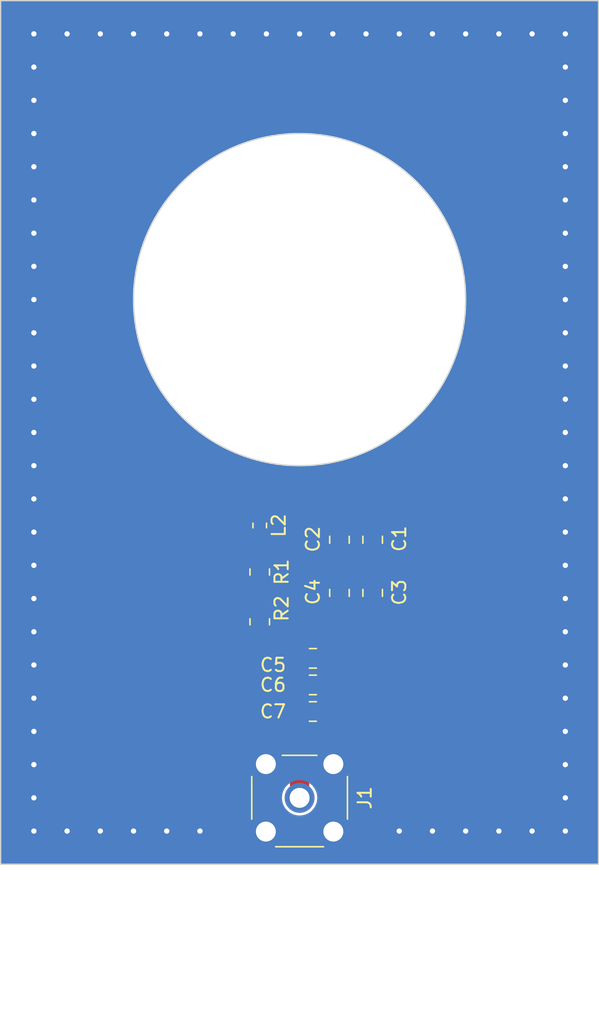
<source format=kicad_pcb>
(kicad_pcb (version 20221018) (generator pcbnew)
  (layers (0 "F.Cu" signal) (31 "B.Cu" signal) (34 "B.Paste" user) (35 "F.Paste" user) (36 "B.SilkS" user "B.Silkscreen") (37 "F.SilkS" user "F.Silkscreen") (38 "B.Mask" user) (39 "F.Mask" user) (44 "Edge.Cuts" user))
  (net 0 "")
  (net 1 "Net-(L1-Pad1)")
  (net 2 "Net-(J1-Ext)")
  (net 3 "Net-(J1-In)")
  (net 4 "Net-(C2-Pad2)")
  (net 5 "Net-(C1-Pad1)")
  (net 6 "Net-(C1-Pad2)")
  (net 7 "Net-(L2-Pad2)")
  (net 8 "Net-(R1-Pad2)")
  (footprint "Capacitor_SMD:C_0805_2012Metric_Pad1.18x1.45mm_HandSolder" (layer "F.Cu") (at 141 123.5)
    (fp_text reference "C7" (at -3 0) (layer "F.SilkS"))
    (fp_text value "100pF")
    (fp_line (start -0.261252 -0.735) (end 0.261252 -0.735) (stroke (width 0.12)) (layer "F.SilkS"))
    (fp_line (start -0.261252 0.735) (end 0.261252 0.735) (stroke (width 0.12)) (layer "F.SilkS"))
    (pad "1" smd roundrect (at -1.0375 0) (size 1.175 1.45) (layers "F.Cu" "F.Paste" "F.Mask") (roundrect_rratio 0.212766) (net 3 "Net-(J1-In)"))
    (pad "2" smd roundrect (at 1.0375 0) (size 1.175 1.45) (layers "F.Cu" "F.Paste" "F.Mask") (roundrect_rratio 0.212766) (net 2 "Net-(J1-Ext)"))
  )
  (footprint "LOOPS:LOOP-28" (layer "F.Cu") (at 140 92.5)
    (fp_text reference "L1" hide)
    (fp_text value "L")
    (fp_arc (start -3 13.7) (mid 0 -14.024621) (end 3 13.7) (stroke (width 1.45321)) (layer "F.Cu"))
    (pad "1" smd roundrect (at -3 14 90) (size 2.286 1.524) (layers "F.Cu" "F.Paste" "F.Mask") (net 1 "Net-(L1-Pad1)"))
    (pad "2" smd roundrect (at 3 14 90) (size 2.286 1.524) (layers "F.Cu" "F.Paste" "F.Mask") (net 5 "Net-(C1-Pad1)"))
  )
  (footprint "Capacitor_SMD:C_0805_2012Metric_Pad1.18x1.45mm_HandSolder" (layer "F.Cu") (at 143 114.575 -90)
    (fp_text reference "C4" (at -0.075 2 -90) (layer "F.SilkS"))
    (fp_text value "5.6pF")
    (fp_line (start -0.261252 -0.735) (end 0.261252 -0.735) (stroke (width 0.12)) (layer "F.SilkS"))
    (fp_line (start -0.261252 0.735) (end 0.261252 0.735) (stroke (width 0.12)) (layer "F.SilkS"))
    (pad "1" smd roundrect (at -1.0375 0 270) (size 1.175 1.45) (layers "F.Cu" "F.Paste" "F.Mask") (roundrect_rratio 0.212766) (net 4 "Net-(C2-Pad2)"))
    (pad "2" smd roundrect (at 1.0375 0 270) (size 1.175 1.45) (layers "F.Cu" "F.Paste" "F.Mask") (roundrect_rratio 0.212766) (net 2 "Net-(J1-Ext)"))
  )
  (footprint "Resistor_SMD:R_0805_2012Metric_Pad1.20x1.40mm_HandSolder" (layer "F.Cu") (at 137 116.75 -90)
    (fp_text reference "R2" (at -1 -1.65 90) (layer "F.SilkS"))
    (fp_text value "100mOhm")
    (fp_line (start -0.227064 -0.735) (end 0.227064 -0.735) (stroke (width 0.12)) (layer "F.SilkS"))
    (fp_line (start -0.227064 0.735) (end 0.227064 0.735) (stroke (width 0.12)) (layer "F.SilkS"))
    (pad "1" smd roundrect (at -1 0 270) (size 1.2 1.4) (layers "F.Cu" "F.Paste" "F.Mask") (roundrect_rratio 0.208333) (net 8 "Net-(R1-Pad2)"))
    (pad "2" smd roundrect (at 1 0 270) (size 1.2 1.4) (layers "F.Cu" "F.Paste" "F.Mask") (roundrect_rratio 0.208333) (net 3 "Net-(J1-In)"))
  )
  (footprint "Capacitor_SMD:C_0805_2012Metric_Pad1.18x1.45mm_HandSolder" (layer "F.Cu") (at 141 119.5)
    (fp_text reference "C5" (at -3 0.5) (layer "F.SilkS"))
    (fp_text value "4.7pF")
    (fp_line (start -0.261252 -0.735) (end 0.261252 -0.735) (stroke (width 0.12)) (layer "F.SilkS"))
    (fp_line (start -0.261252 0.735) (end 0.261252 0.735) (stroke (width 0.12)) (layer "F.SilkS"))
    (pad "1" smd roundrect (at -1.0375 0) (size 1.175 1.45) (layers "F.Cu" "F.Paste" "F.Mask") (roundrect_rratio 0.212766) (net 3 "Net-(J1-In)"))
    (pad "2" smd roundrect (at 1.0375 0) (size 1.175 1.45) (layers "F.Cu" "F.Paste" "F.Mask") (roundrect_rratio 0.212766) (net 2 "Net-(J1-Ext)"))
  )
  (footprint "Inductor_SMD:L_0603_1608Metric_Pad1.05x0.95mm_HandSolder" (layer "F.Cu") (at 137 109.5 -90)
    (fp_text reference "L2" (at 0 -1.43 -90) (layer "F.SilkS"))
    (fp_text value "5.6nH")
    (fp_line (start -0.171267 -0.51) (end 0.171267 -0.51) (stroke (width 0.12)) (layer "F.SilkS"))
    (fp_line (start -0.171267 0.51) (end 0.171267 0.51) (stroke (width 0.12)) (layer "F.SilkS"))
    (pad "1" smd roundrect (at -0.875 0 270) (size 1.05 0.95) (layers "F.Cu" "F.Paste" "F.Mask") (net 1 "Net-(L1-Pad1)"))
    (pad "2" smd roundrect (at 0.875 0 270) (size 1.05 0.95) (layers "F.Cu" "F.Paste" "F.Mask") (net 7 "Net-(L2-Pad2)"))
  )
  (footprint "Capacitor_SMD:C_0805_2012Metric_Pad1.18x1.45mm_HandSolder" (layer "F.Cu") (at 145.5 114.575 -90)
    (fp_text reference "C3" (at -0.0375 -2 -90) (layer "F.SilkS"))
    (fp_text value "6pF")
    (fp_line (start -0.261252 -0.735) (end 0.261252 -0.735) (stroke (width 0.12)) (layer "F.SilkS"))
    (fp_line (start -0.261252 0.735) (end 0.261252 0.735) (stroke (width 0.12)) (layer "F.SilkS"))
    (pad "1" smd roundrect (at -1.0375 0 270) (size 1.175 1.45) (layers "F.Cu" "F.Paste" "F.Mask") (roundrect_rratio 0.212766) (net 6 "Net-(C1-Pad2)"))
    (pad "2" smd roundrect (at 1.0375 0 270) (size 1.175 1.45) (layers "F.Cu" "F.Paste" "F.Mask") (roundrect_rratio 0.212766) (net 2 "Net-(J1-Ext)"))
  )
  (footprint "Capacitor_SMD:C_0805_2012Metric_Pad1.18x1.45mm_HandSolder" (layer "F.Cu") (at 141 121.5)
    (fp_text reference "C6" (at -3 0) (layer "F.SilkS"))
    (fp_text value "33pF")
    (fp_line (start -0.261252 -0.735) (end 0.261252 -0.735) (stroke (width 0.12)) (layer "F.SilkS"))
    (fp_line (start -0.261252 0.735) (end 0.261252 0.735) (stroke (width 0.12)) (layer "F.SilkS"))
    (pad "1" smd roundrect (at -1.0375 0) (size 1.175 1.45) (layers "F.Cu" "F.Paste" "F.Mask") (roundrect_rratio 0.212766) (net 3 "Net-(J1-In)"))
    (pad "2" smd roundrect (at 1.0375 0) (size 1.175 1.45) (layers "F.Cu" "F.Paste" "F.Mask") (roundrect_rratio 0.212766) (net 2 "Net-(J1-Ext)"))
  )
  (footprint "Resistor_SMD:R_0805_2012Metric_Pad1.20x1.40mm_HandSolder" (layer "F.Cu") (at 137 113 -90)
    (fp_text reference "R1" (at 0 -1.65 90) (layer "F.SilkS"))
    (fp_text value "68mOhm")
    (fp_line (start -0.227064 -0.735) (end 0.227064 -0.735) (stroke (width 0.12)) (layer "F.SilkS"))
    (fp_line (start -0.227064 0.735) (end 0.227064 0.735) (stroke (width 0.12)) (layer "F.SilkS"))
    (pad "1" smd roundrect (at -1 0 270) (size 1.2 1.4) (layers "F.Cu" "F.Paste" "F.Mask") (roundrect_rratio 0.208333) (net 7 "Net-(L2-Pad2)"))
    (pad "2" smd roundrect (at 1 0 270) (size 1.2 1.4) (layers "F.Cu" "F.Paste" "F.Mask") (roundrect_rratio 0.208333) (net 8 "Net-(R1-Pad2)"))
  )
  (footprint "Connector_Coaxial:SMA_Molex_73251-2200_Horizontal" (layer "F.Cu") (at 140 130 180)
    (fp_text reference "J1" (at -4.9 0 90) (layer "F.SilkS"))
    (fp_text value "0732512200")
    (fp_line (start -3.6 -1.6) (end -3.6 1.6) (stroke (width 0.12)) (layer "F.SilkS"))
    (fp_line (start -1.8 -3.68) (end 1.8 -3.68) (stroke (width 0.12)) (layer "F.SilkS"))
    (fp_line (start -1.3 3.2) (end 1.3 3.2) (stroke (width 0.12)) (layer "F.SilkS"))
    (fp_line (start 3.6 -1.6) (end 3.6 1.6) (stroke (width 0.12)) (layer "F.SilkS"))
    (pad "1" thru_hole circle (at 0 0 180) (size 2.25 2.25) (drill 1.5) (layers "*.Cu" "*.Mask") (net 3 "Net-(J1-In)"))
    (pad "2" thru_hole circle (at -2.54 -2.54 180) (size 2.25 2.25) (drill 1.5) (layers "*.Cu" "*.Mask") (net 2 "Net-(J1-Ext)"))
    (pad "2" thru_hole circle (at -2.54 2.54 180) (size 2.25 2.25) (drill 1.5) (layers "*.Cu" "*.Mask") (net 2 "Net-(J1-Ext)"))
    (pad "2" thru_hole circle (at 2.54 -2.54 180) (size 2.25 2.25) (drill 1.5) (layers "*.Cu" "*.Mask") (net 2 "Net-(J1-Ext)"))
    (pad "2" thru_hole circle (at 2.54 2.54 270) (size 2.25 2.25) (drill 1.5) (layers "*.Cu" "*.Mask") (net 2 "Net-(J1-Ext)"))
  )
  (footprint "Capacitor_SMD:C_0805_2012Metric_Pad1.18x1.45mm_HandSolder" (layer "F.Cu") (at 143 110.575 -90)
    (fp_text reference "C2" (at -0.0375 2 -90) (layer "F.SilkS"))
    (fp_text value "6pF")
    (fp_line (start -0.261252 -0.735) (end 0.261252 -0.735) (stroke (width 0.12)) (layer "F.SilkS"))
    (fp_line (start -0.261252 0.735) (end 0.261252 0.735) (stroke (width 0.12)) (layer "F.SilkS"))
    (pad "1" smd roundrect (at -1.0375 0 270) (size 1.175 1.45) (layers "F.Cu" "F.Paste" "F.Mask") (roundrect_rratio 0.212766) (net 5 "Net-(C1-Pad1)"))
    (pad "2" smd roundrect (at 1.0375 0 270) (size 1.175 1.45) (layers "F.Cu" "F.Paste" "F.Mask") (roundrect_rratio 0.212766) (net 4 "Net-(C2-Pad2)"))
  )
  (footprint "Capacitor_SMD:C_0805_2012Metric_Pad1.18x1.45mm_HandSolder" (layer "F.Cu") (at 145.5 110.575 -90)
    (fp_text reference "C1" (at -0.075 -2 90) (layer "F.SilkS"))
    (fp_text value "6pF")
    (fp_line (start -0.261252 -0.735) (end 0.261252 -0.735) (stroke (width 0.12)) (layer "F.SilkS"))
    (fp_line (start -0.261252 0.735) (end 0.261252 0.735) (stroke (width 0.12)) (layer "F.SilkS"))
    (pad "1" smd roundrect (at -1.0375 0 270) (size 1.175 1.45) (layers "F.Cu" "F.Paste" "F.Mask") (roundrect_rratio 0.212766) (net 5 "Net-(C1-Pad1)"))
    (pad "2" smd roundrect (at 1.0375 0 270) (size 1.175 1.45) (layers "F.Cu" "F.Paste" "F.Mask") (roundrect_rratio 0.212766) (net 6 "Net-(C1-Pad2)"))
  )
  (gr_rect (start 117.5 70) (end 162.5 135) (stroke (width 0.1)) (fill none) (layer "Edge.Cuts"))
  (gr_circle (center 140 92.5) (end 152.5 92.5) (stroke (width 0.1)) (fill none) (layer "Edge.Cuts"))
  (segment (start 137 108.625) (end 137 108) (width 1.45321) (layer "F.Cu") (net 1))
  (segment (start 143.68059 115.6125) (end 145.5 115.6125) (width 1.45321) (layer "F.Cu") (net 2))
  (segment (start 142.0375 119.5) (end 142.0375 117.25559) (width 1.45321) (layer "F.Cu") (net 2))
  (segment (start 142.5 124.289536) (end 142.5 127.391715) (width 1.45321) (layer "F.Cu") (net 2))
  (segment (start 142.0375 119.5) (end 142.0375 121.5) (width 1.45321) (layer "F.Cu") (net 2))
  (segment (start 142.0375 123.172963) (end 142.0375 121.5) (width 1.45321) (layer "F.Cu") (net 2))
  (via (at 145 72.5) (size 0.8) (drill 0.4) (layers "F.Cu" "B.Cu") (net 2))
  (via (at 147.5 132.5) (size 0.8) (drill 0.4) (layers "F.Cu" "B.Cu") (net 2))
  (via (at 160 110) (size 0.8) (drill 0.4) (layers "F.Cu" "B.Cu") (net 2))
  (via (at 120 122.5) (size 0.8) (drill 0.4) (layers "F.Cu" "B.Cu") (net 2))
  (via (at 135 72.5) (size 0.8) (drill 0.4) (layers "F.Cu" "B.Cu") (net 2))
  (via (at 160 82.5) (size 0.8) (drill 0.4) (layers "F.Cu" "B.Cu") (net 2))
  (via (at 137.5 72.5) (size 0.8) (drill 0.4) (layers "F.Cu" "B.Cu") (net 2))
  (via (at 160 102.5) (size 0.8) (drill 0.4) (layers "F.Cu" "B.Cu") (net 2))
  (via (at 120 107.5) (size 0.8) (drill 0.4) (layers "F.Cu" "B.Cu") (net 2))
  (via (at 160 77.5) (size 0.8) (drill 0.4) (layers "F.Cu" "B.Cu") (net 2))
  (via (at 120 102.5) (size 0.8) (drill 0.4) (layers "F.Cu" "B.Cu") (net 2))
  (via (at 122.5 132.5) (size 0.8) (drill 0.4) (layers "F.Cu" "B.Cu") (net 2))
  (via (at 120 117.5) (size 0.8) (drill 0.4) (layers "F.Cu" "B.Cu") (net 2))
  (via (at 125 72.5) (size 0.8) (drill 0.4) (layers "F.Cu" "B.Cu") (net 2))
  (via (at 160 75) (size 0.8) (drill 0.4) (layers "F.Cu" "B.Cu") (net 2))
  (via (at 160 87.5) (size 0.8) (drill 0.4) (layers "F.Cu" "B.Cu") (net 2))
  (via (at 160 125) (size 0.8) (drill 0.4) (layers "F.Cu" "B.Cu") (net 2))
  (via (at 120 77.5) (size 0.8) (drill 0.4) (layers "F.Cu" "B.Cu") (net 2))
  (via (at 160 80) (size 0.8) (drill 0.4) (layers "F.Cu" "B.Cu") (net 2))
  (via (at 160 90) (size 0.8) (drill 0.4) (layers "F.Cu" "B.Cu") (net 2))
  (via (at 152.5 72.5) (size 0.8) (drill 0.4) (layers "F.Cu" "B.Cu") (net 2))
  (via (at 147.5 72.5) (size 0.8) (drill 0.4) (layers "F.Cu" "B.Cu") (net 2))
  (via (at 160 100) (size 0.8) (drill 0.4) (layers "F.Cu" "B.Cu") (net 2))
  (via (at 160 97.5) (size 0.8) (drill 0.4) (layers "F.Cu" "B.Cu") (net 2))
  (via (at 160 115) (size 0.8) (drill 0.4) (layers "F.Cu" "B.Cu") (net 2))
  (via (at 160 85) (size 0.8) (drill 0.4) (layers "F.Cu" "B.Cu") (net 2))
  (via (at 120 97.5) (size 0.8) (drill 0.4) (layers "F.Cu" "B.Cu") (net 2))
  (via (at 120 100) (size 0.8) (drill 0.4) (layers "F.Cu" "B.Cu") (net 2))
  (via (at 120 115) (size 0.8) (drill 0.4) (layers "F.Cu" "B.Cu") (net 2))
  (via (at 120 92.5) (size 0.8) (drill 0.4) (layers "F.Cu" "B.Cu") (net 2))
  (via (at 120 87.5) (size 0.8) (drill 0.4) (layers "F.Cu" "B.Cu") (net 2))
  (via (at 130 72.5) (size 0.8) (drill 0.4) (layers "F.Cu" "B.Cu") (net 2))
  (via (at 120 125) (size 0.8) (drill 0.4) (layers "F.Cu" "B.Cu") (net 2))
  (via (at 150 132.5) (size 0.8) (drill 0.4) (layers "F.Cu" "B.Cu") (net 2))
  (via (at 160 117.5) (size 0.8) (drill 0.4) (layers "F.Cu" "B.Cu") (net 2))
  (via (at 160 112.5) (size 0.8) (drill 0.4) (layers "F.Cu" "B.Cu") (net 2))
  (via (at 120 105) (size 0.8) (drill 0.4) (layers "F.Cu" "B.Cu") (net 2))
  (via (at 140 72.5) (size 0.8) (drill 0.4) (layers "F.Cu" "B.Cu") (net 2))
  (via (at 127.5 72.5) (size 0.8) (drill 0.4) (layers "F.Cu" "B.Cu") (net 2))
  (via (at 120 75) (size 0.8) (drill 0.4) (layers "F.Cu" "B.Cu") (net 2))
  (via (at 160 72.5) (size 0.8) (drill 0.4) (layers "F.Cu" "B.Cu") (net 2))
  (via (at 127.5 132.5) (size 0.8) (drill 0.4) (layers "F.Cu" "B.Cu") (net 2))
  (via (at 122.5 72.5) (size 0.8) (drill 0.4) (layers "F.Cu" "B.Cu") (net 2))
  (via (at 160 95) (size 0.8) (drill 0.4) (layers "F.Cu" "B.Cu") (net 2))
  (via (at 120 72.5) (size 0.8) (drill 0.4) (layers "F.Cu" "B.Cu") (net 2))
  (via (at 160 92.5) (size 0.8) (drill 0.4) (layers "F.Cu" "B.Cu") (net 2))
  (via (at 120 82.5) (size 0.8) (drill 0.4) (layers "F.Cu" "B.Cu") (net 2))
  (via (at 125 132.5) (size 0.8) (drill 0.4) (layers "F.Cu" "B.Cu") (net 2))
  (via (at 160 130) (size 0.8) (drill 0.4) (layers "F.Cu" "B.Cu") (net 2))
  (via (at 120 120) (size 0.8) (drill 0.4) (layers "F.Cu" "B.Cu") (net 2))
  (via (at 120 85) (size 0.8) (drill 0.4) (layers "F.Cu" "B.Cu") (net 2))
  (via (at 157.5 72.5) (size 0.8) (drill 0.4) (layers "F.Cu" "B.Cu") (net 2))
  (via (at 155 72.5) (size 0.8) (drill 0.4) (layers "F.Cu" "B.Cu") (net 2))
  (via (at 155 132.5) (size 0.8) (drill 0.4) (layers "F.Cu" "B.Cu") (net 2))
  (via (at 160 127.5) (size 0.8) (drill 0.4) (layers "F.Cu" "B.Cu") (net 2))
  (via (at 120 110) (size 0.8) (drill 0.4) (layers "F.Cu" "B.Cu") (net 2))
  (via (at 120 132.5) (size 0.8) (drill 0.4) (layers "F.Cu" "B.Cu") (net 2))
  (via (at 120 80) (size 0.8) (drill 0.4) (layers "F.Cu" "B.Cu") (net 2))
  (via (at 120 90) (size 0.8) (drill 0.4) (layers "F.Cu" "B.Cu") (net 2))
  (via (at 157.5 132.5) (size 0.8) (drill 0.4) (layers "F.Cu" "B.Cu") (net 2))
  (via (at 132.5 132.5) (size 0.8) (drill 0.4) (layers "F.Cu" "B.Cu") (net 2))
  (via (at 160 132.5) (size 0.8) (drill 0.4) (layers "F.Cu" "B.Cu") (net 2))
  (via (at 132.5 72.5) (size 0.8) (drill 0.4) (layers "F.Cu" "B.Cu") (net 2))
  (via (at 120 112.5) (size 0.8) (drill 0.4) (layers "F.Cu" "B.Cu") (net 2))
  (via (at 120 130) (size 0.8) (drill 0.4) (layers "F.Cu" "B.Cu") (net 2))
  (via (at 150 72.5) (size 0.8) (drill 0.4) (layers "F.Cu" "B.Cu") (net 2))
  (via (at 120 127.5) (size 0.8) (drill 0.4) (layers "F.Cu" "B.Cu") (net 2))
  (via (at 142.5 72.5) (size 0.8) (drill 0.4) (layers "F.Cu" "B.Cu") (net 2))
  (via (at 130 132.5) (size 0.8) (drill 0.4) (layers "F.Cu" "B.Cu") (net 2))
  (via (at 120 95) (size 0.8) (drill 0.4) (layers "F.Cu" "B.Cu") (net 2))
  (via (at 160 122.5) (size 0.8) (drill 0.4) (layers "F.Cu" "B.Cu") (net 2))
  (via (at 160 105) (size 0.8) (drill 0.4) (layers "F.Cu" "B.Cu") (net 2))
  (via (at 152.5 132.5) (size 0.8) (drill 0.4) (layers "F.Cu" "B.Cu") (net 2))
  (via (at 160 107.5) (size 0.8) (drill 0.4) (layers "F.Cu" "B.Cu") (net 2))
  (via (at 160 120) (size 0.8) (drill 0.4) (layers "F.Cu" "B.Cu") (net 2))
  (arc (start 142.5 124.289536) (mid 142.4399 123.987393) (end 142.26875 123.73125) (width 1.45321) (layer "F.Cu") (net 2))
  (arc (start 142.51875 116.09375) (mid 143.051806 115.737572) (end 143.68059 115.6125) (width 1.45321) (layer "F.Cu") (net 2))
  (arc (start 142.26875 123.73125) (mid 142.097599 123.475105) (end 142.0375 123.172963) (width 1.45321) (layer "F.Cu") (net 2))
  (arc (start 142.51875 116.09375) (mid 142.162572 116.626806) (end 142.0375 117.25559) (width 1.45321) (layer "F.Cu") (net 2))
  (segment (start 138.572803 118.111472) (end 138.573972 118.111472) (width 1.45321) (layer "F.Cu") (net 3))
  (segment (start 137 117.75) (end 137.60625 117.75) (width 1.45321) (layer "F.Cu") (net 3))
  (segment (start 140 123.564016) (end 140 130) (width 1.45321) (layer "F.Cu") (net 3))
  (segment (start 139.9625 123.473483) (end 139.9625 121.5) (width 1.45321) (layer "F.Cu") (net 3))
  (segment (start 139.9625 121.5) (end 139.9625 119.5375) (width 1.45321) (layer "F.Cu") (net 3))
  (segment (start 138.573972 118.111472) (end 139.9625 119.5) (width 1.45321) (layer "F.Cu") (net 3))
  (arc (start 137.60625 117.75) (mid 138.121799 117.843825) (end 138.572803 118.111472) (width 1.45321) (layer "F.Cu") (net 3))
  (arc (start 139.9625 123.473483) (mid 139.967372 123.497981) (end 139.98125 123.51875) (width 1.45321) (layer "F.Cu") (net 3))
  (arc (start 140 123.564016) (mid 139.995127 123.539518) (end 139.98125 123.51875) (width 1.45321) (layer "F.Cu") (net 3))
  (segment (start 143 111.6125) (end 143 113.5375) (width 1.45321) (layer "F.Cu") (net 4))
  (segment (start 143 109.5375) (end 143 107.899828) (width 1.45321) (layer "F.Cu") (net 5))
  (segment (start 143 109.5375) (end 145.5 109.5375) (width 1.45321) (layer "F.Cu") (net 5))
  (segment (start 145.5 111.6125) (end 145.5 113.5375) (width 1.45321) (layer "F.Cu") (net 6))
  (segment (start 137 110.375) (end 137 112) (width 1.45321) (layer "F.Cu") (net 7))
  (segment (start 137 114) (end 137 115.75) (width 1.45321) (layer "F.Cu") (net 8))
  (zone (net 0) (net_name "") (layer "F.Cu") (connect_pads (clearance 0)) (min_thickness 0.25)
    (keepout (tracks allowed) (vias allowed) (pads allowed) (copperpour not_allowed) (footprints allowed))
    (fill (thermal_gap 0.5) (thermal_bridge_width 0.5))
    (polygon (pts (xy 145.5 130) (xy 145.5 135) (xy 134.5 135) (xy 134.5 130) (xy 122.5 130) (xy 122.5 75) (xy 157.5 75) (xy 157.5 130)))
  )
  (zone (net 2) (net_name "Net-(J1-Ext)") (layers "F&B.Cu") (priority 1) (connect_pads yes (clearance 0)) (min_thickness 0.25) (fill yes (thermal_gap 0.5) (thermal_bridge_width 0.5))
    (polygon (pts (xy 117.5 135) (xy 117.5 70) (xy 162.5 70) (xy 162.5 135)))
  )
)
</source>
